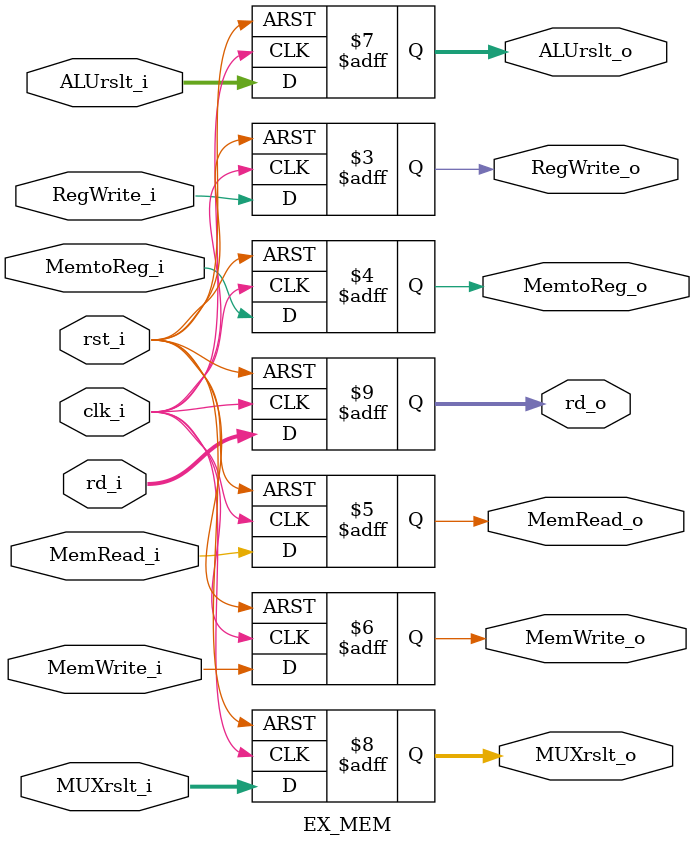
<source format=v>
module EX_MEM
(
    clk_i,
    rst_i,
    RegWrite_i,
    MemtoReg_i,
    MemRead_i,
    MemWrite_i,
    ALUrslt_i,
    MUXrslt_i,
    rd_i,
    RegWrite_o,
    MemtoReg_o,
    MemRead_o,
    MemWrite_o,
    ALUrslt_o,
    MUXrslt_o,
    rd_o
);

input clk_i, rst_i, RegWrite_i, MemtoReg_i, MemRead_i, MemWrite_i;
input [31:0] ALUrslt_i, MUXrslt_i;
input [4:0] rd_i;
output reg RegWrite_o, MemtoReg_o, MemRead_o, MemWrite_o;
output reg [31:0] ALUrslt_o, MUXrslt_o;
output reg [4:0] rd_o;

always @(posedge clk_i or negedge rst_i) begin
    if (~rst_i) begin
        RegWrite_o <= 1'b0;
        MemtoReg_o <= 1'b0;
        MemRead_o <= 1'b0;
        MemWrite_o <= 1'b0;
        ALUrslt_o <= 32'b0;
        MUXrslt_o <= 32'b0;
        rd_o <= 5'b0;
    end
    else begin
        RegWrite_o <= RegWrite_i;
        MemtoReg_o <= MemtoReg_i;
        MemRead_o <= MemRead_i;
        MemWrite_o <= MemWrite_i;
        ALUrslt_o <= ALUrslt_i;
        MUXrslt_o <= MUXrslt_i;
        rd_o <= rd_i;
    end
end

endmodule
</source>
